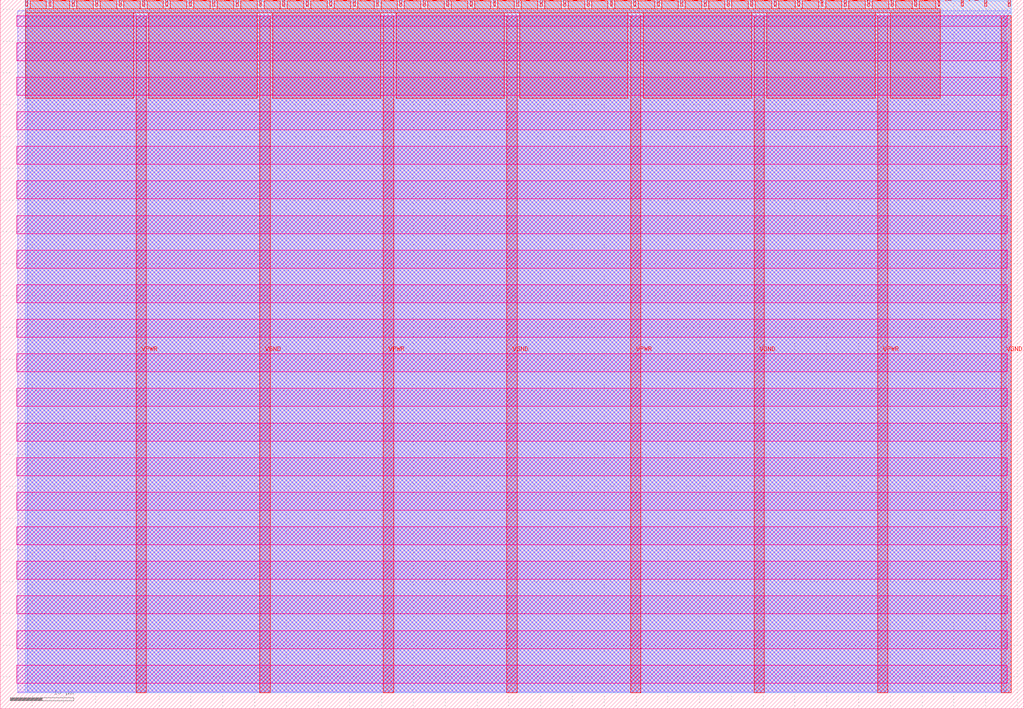
<source format=lef>
VERSION 5.7 ;
  NOWIREEXTENSIONATPIN ON ;
  DIVIDERCHAR "/" ;
  BUSBITCHARS "[]" ;
MACRO tt_um_example
  CLASS BLOCK ;
  FOREIGN tt_um_example ;
  ORIGIN 0.000 0.000 ;
  SIZE 161.000 BY 111.520 ;
  PIN VGND
    DIRECTION INOUT ;
    USE GROUND ;
    PORT
      LAYER met4 ;
        RECT 40.830 2.480 42.430 109.040 ;
    END
    PORT
      LAYER met4 ;
        RECT 79.700 2.480 81.300 109.040 ;
    END
    PORT
      LAYER met4 ;
        RECT 118.570 2.480 120.170 109.040 ;
    END
    PORT
      LAYER met4 ;
        RECT 157.440 2.480 159.040 109.040 ;
    END
  END VGND
  PIN VPWR
    DIRECTION INOUT ;
    USE POWER ;
    PORT
      LAYER met4 ;
        RECT 21.395 2.480 22.995 109.040 ;
    END
    PORT
      LAYER met4 ;
        RECT 60.265 2.480 61.865 109.040 ;
    END
    PORT
      LAYER met4 ;
        RECT 99.135 2.480 100.735 109.040 ;
    END
    PORT
      LAYER met4 ;
        RECT 138.005 2.480 139.605 109.040 ;
    END
  END VPWR
  PIN clk
    DIRECTION INPUT ;
    USE SIGNAL ;
    PORT
      LAYER met4 ;
        RECT 154.870 110.520 155.170 111.520 ;
    END
  END clk
  PIN ena
    DIRECTION INPUT ;
    USE SIGNAL ;
    PORT
      LAYER met4 ;
        RECT 158.550 110.520 158.850 111.520 ;
    END
  END ena
  PIN rst_n
    DIRECTION INPUT ;
    USE SIGNAL ;
    PORT
      LAYER met4 ;
        RECT 151.190 110.520 151.490 111.520 ;
    END
  END rst_n
  PIN ui_in[0]
    DIRECTION INPUT ;
    USE SIGNAL ;
    ANTENNAGATEAREA 0.196500 ;
    PORT
      LAYER met4 ;
        RECT 147.510 110.520 147.810 111.520 ;
    END
  END ui_in[0]
  PIN ui_in[1]
    DIRECTION INPUT ;
    USE SIGNAL ;
    ANTENNAGATEAREA 0.196500 ;
    PORT
      LAYER met4 ;
        RECT 143.830 110.520 144.130 111.520 ;
    END
  END ui_in[1]
  PIN ui_in[2]
    DIRECTION INPUT ;
    USE SIGNAL ;
    PORT
      LAYER met4 ;
        RECT 140.150 110.520 140.450 111.520 ;
    END
  END ui_in[2]
  PIN ui_in[3]
    DIRECTION INPUT ;
    USE SIGNAL ;
    PORT
      LAYER met4 ;
        RECT 136.470 110.520 136.770 111.520 ;
    END
  END ui_in[3]
  PIN ui_in[4]
    DIRECTION INPUT ;
    USE SIGNAL ;
    PORT
      LAYER met4 ;
        RECT 132.790 110.520 133.090 111.520 ;
    END
  END ui_in[4]
  PIN ui_in[5]
    DIRECTION INPUT ;
    USE SIGNAL ;
    PORT
      LAYER met4 ;
        RECT 129.110 110.520 129.410 111.520 ;
    END
  END ui_in[5]
  PIN ui_in[6]
    DIRECTION INPUT ;
    USE SIGNAL ;
    PORT
      LAYER met4 ;
        RECT 125.430 110.520 125.730 111.520 ;
    END
  END ui_in[6]
  PIN ui_in[7]
    DIRECTION INPUT ;
    USE SIGNAL ;
    PORT
      LAYER met4 ;
        RECT 121.750 110.520 122.050 111.520 ;
    END
  END ui_in[7]
  PIN uio_in[0]
    DIRECTION INPUT ;
    USE SIGNAL ;
    PORT
      LAYER met4 ;
        RECT 118.070 110.520 118.370 111.520 ;
    END
  END uio_in[0]
  PIN uio_in[1]
    DIRECTION INPUT ;
    USE SIGNAL ;
    PORT
      LAYER met4 ;
        RECT 114.390 110.520 114.690 111.520 ;
    END
  END uio_in[1]
  PIN uio_in[2]
    DIRECTION INPUT ;
    USE SIGNAL ;
    PORT
      LAYER met4 ;
        RECT 110.710 110.520 111.010 111.520 ;
    END
  END uio_in[2]
  PIN uio_in[3]
    DIRECTION INPUT ;
    USE SIGNAL ;
    PORT
      LAYER met4 ;
        RECT 107.030 110.520 107.330 111.520 ;
    END
  END uio_in[3]
  PIN uio_in[4]
    DIRECTION INPUT ;
    USE SIGNAL ;
    PORT
      LAYER met4 ;
        RECT 103.350 110.520 103.650 111.520 ;
    END
  END uio_in[4]
  PIN uio_in[5]
    DIRECTION INPUT ;
    USE SIGNAL ;
    PORT
      LAYER met4 ;
        RECT 99.670 110.520 99.970 111.520 ;
    END
  END uio_in[5]
  PIN uio_in[6]
    DIRECTION INPUT ;
    USE SIGNAL ;
    PORT
      LAYER met4 ;
        RECT 95.990 110.520 96.290 111.520 ;
    END
  END uio_in[6]
  PIN uio_in[7]
    DIRECTION INPUT ;
    USE SIGNAL ;
    PORT
      LAYER met4 ;
        RECT 92.310 110.520 92.610 111.520 ;
    END
  END uio_in[7]
  PIN uio_oe[0]
    DIRECTION OUTPUT TRISTATE ;
    USE SIGNAL ;
    PORT
      LAYER met4 ;
        RECT 29.750 110.520 30.050 111.520 ;
    END
  END uio_oe[0]
  PIN uio_oe[1]
    DIRECTION OUTPUT TRISTATE ;
    USE SIGNAL ;
    PORT
      LAYER met4 ;
        RECT 26.070 110.520 26.370 111.520 ;
    END
  END uio_oe[1]
  PIN uio_oe[2]
    DIRECTION OUTPUT TRISTATE ;
    USE SIGNAL ;
    PORT
      LAYER met4 ;
        RECT 22.390 110.520 22.690 111.520 ;
    END
  END uio_oe[2]
  PIN uio_oe[3]
    DIRECTION OUTPUT TRISTATE ;
    USE SIGNAL ;
    PORT
      LAYER met4 ;
        RECT 18.710 110.520 19.010 111.520 ;
    END
  END uio_oe[3]
  PIN uio_oe[4]
    DIRECTION OUTPUT TRISTATE ;
    USE SIGNAL ;
    PORT
      LAYER met4 ;
        RECT 15.030 110.520 15.330 111.520 ;
    END
  END uio_oe[4]
  PIN uio_oe[5]
    DIRECTION OUTPUT TRISTATE ;
    USE SIGNAL ;
    PORT
      LAYER met4 ;
        RECT 11.350 110.520 11.650 111.520 ;
    END
  END uio_oe[5]
  PIN uio_oe[6]
    DIRECTION OUTPUT TRISTATE ;
    USE SIGNAL ;
    PORT
      LAYER met4 ;
        RECT 7.670 110.520 7.970 111.520 ;
    END
  END uio_oe[6]
  PIN uio_oe[7]
    DIRECTION OUTPUT TRISTATE ;
    USE SIGNAL ;
    PORT
      LAYER met4 ;
        RECT 3.990 110.520 4.290 111.520 ;
    END
  END uio_oe[7]
  PIN uio_out[0]
    DIRECTION OUTPUT TRISTATE ;
    USE SIGNAL ;
    PORT
      LAYER met4 ;
        RECT 59.190 110.520 59.490 111.520 ;
    END
  END uio_out[0]
  PIN uio_out[1]
    DIRECTION OUTPUT TRISTATE ;
    USE SIGNAL ;
    PORT
      LAYER met4 ;
        RECT 55.510 110.520 55.810 111.520 ;
    END
  END uio_out[1]
  PIN uio_out[2]
    DIRECTION OUTPUT TRISTATE ;
    USE SIGNAL ;
    PORT
      LAYER met4 ;
        RECT 51.830 110.520 52.130 111.520 ;
    END
  END uio_out[2]
  PIN uio_out[3]
    DIRECTION OUTPUT TRISTATE ;
    USE SIGNAL ;
    PORT
      LAYER met4 ;
        RECT 48.150 110.520 48.450 111.520 ;
    END
  END uio_out[3]
  PIN uio_out[4]
    DIRECTION OUTPUT TRISTATE ;
    USE SIGNAL ;
    PORT
      LAYER met4 ;
        RECT 44.470 110.520 44.770 111.520 ;
    END
  END uio_out[4]
  PIN uio_out[5]
    DIRECTION OUTPUT TRISTATE ;
    USE SIGNAL ;
    PORT
      LAYER met4 ;
        RECT 40.790 110.520 41.090 111.520 ;
    END
  END uio_out[5]
  PIN uio_out[6]
    DIRECTION OUTPUT TRISTATE ;
    USE SIGNAL ;
    PORT
      LAYER met4 ;
        RECT 37.110 110.520 37.410 111.520 ;
    END
  END uio_out[6]
  PIN uio_out[7]
    DIRECTION OUTPUT TRISTATE ;
    USE SIGNAL ;
    PORT
      LAYER met4 ;
        RECT 33.430 110.520 33.730 111.520 ;
    END
  END uio_out[7]
  PIN uo_out[0]
    DIRECTION OUTPUT TRISTATE ;
    USE SIGNAL ;
    ANTENNADIFFAREA 0.795200 ;
    PORT
      LAYER met4 ;
        RECT 88.630 110.520 88.930 111.520 ;
    END
  END uo_out[0]
  PIN uo_out[1]
    DIRECTION OUTPUT TRISTATE ;
    USE SIGNAL ;
    PORT
      LAYER met4 ;
        RECT 84.950 110.520 85.250 111.520 ;
    END
  END uo_out[1]
  PIN uo_out[2]
    DIRECTION OUTPUT TRISTATE ;
    USE SIGNAL ;
    PORT
      LAYER met4 ;
        RECT 81.270 110.520 81.570 111.520 ;
    END
  END uo_out[2]
  PIN uo_out[3]
    DIRECTION OUTPUT TRISTATE ;
    USE SIGNAL ;
    PORT
      LAYER met4 ;
        RECT 77.590 110.520 77.890 111.520 ;
    END
  END uo_out[3]
  PIN uo_out[4]
    DIRECTION OUTPUT TRISTATE ;
    USE SIGNAL ;
    PORT
      LAYER met4 ;
        RECT 73.910 110.520 74.210 111.520 ;
    END
  END uo_out[4]
  PIN uo_out[5]
    DIRECTION OUTPUT TRISTATE ;
    USE SIGNAL ;
    PORT
      LAYER met4 ;
        RECT 70.230 110.520 70.530 111.520 ;
    END
  END uo_out[5]
  PIN uo_out[6]
    DIRECTION OUTPUT TRISTATE ;
    USE SIGNAL ;
    PORT
      LAYER met4 ;
        RECT 66.550 110.520 66.850 111.520 ;
    END
  END uo_out[6]
  PIN uo_out[7]
    DIRECTION OUTPUT TRISTATE ;
    USE SIGNAL ;
    PORT
      LAYER met4 ;
        RECT 62.870 110.520 63.170 111.520 ;
    END
  END uo_out[7]
  OBS
      LAYER nwell ;
        RECT 2.570 107.385 158.430 108.990 ;
        RECT 2.570 101.945 158.430 104.775 ;
        RECT 2.570 96.505 158.430 99.335 ;
        RECT 2.570 91.065 158.430 93.895 ;
        RECT 2.570 85.625 158.430 88.455 ;
        RECT 2.570 80.185 158.430 83.015 ;
        RECT 2.570 74.745 158.430 77.575 ;
        RECT 2.570 69.305 158.430 72.135 ;
        RECT 2.570 63.865 158.430 66.695 ;
        RECT 2.570 58.425 158.430 61.255 ;
        RECT 2.570 52.985 158.430 55.815 ;
        RECT 2.570 47.545 158.430 50.375 ;
        RECT 2.570 42.105 158.430 44.935 ;
        RECT 2.570 36.665 158.430 39.495 ;
        RECT 2.570 31.225 158.430 34.055 ;
        RECT 2.570 25.785 158.430 28.615 ;
        RECT 2.570 20.345 158.430 23.175 ;
        RECT 2.570 14.905 158.430 17.735 ;
        RECT 2.570 9.465 158.430 12.295 ;
        RECT 2.570 4.025 158.430 6.855 ;
      LAYER li1 ;
        RECT 2.760 2.635 158.240 108.885 ;
      LAYER met1 ;
        RECT 2.760 2.480 159.040 109.780 ;
      LAYER met2 ;
        RECT 4.230 2.535 159.010 111.365 ;
      LAYER met3 ;
        RECT 3.950 2.555 159.030 111.345 ;
      LAYER met4 ;
        RECT 4.690 110.120 7.270 111.345 ;
        RECT 8.370 110.120 10.950 111.345 ;
        RECT 12.050 110.120 14.630 111.345 ;
        RECT 15.730 110.120 18.310 111.345 ;
        RECT 19.410 110.120 21.990 111.345 ;
        RECT 23.090 110.120 25.670 111.345 ;
        RECT 26.770 110.120 29.350 111.345 ;
        RECT 30.450 110.120 33.030 111.345 ;
        RECT 34.130 110.120 36.710 111.345 ;
        RECT 37.810 110.120 40.390 111.345 ;
        RECT 41.490 110.120 44.070 111.345 ;
        RECT 45.170 110.120 47.750 111.345 ;
        RECT 48.850 110.120 51.430 111.345 ;
        RECT 52.530 110.120 55.110 111.345 ;
        RECT 56.210 110.120 58.790 111.345 ;
        RECT 59.890 110.120 62.470 111.345 ;
        RECT 63.570 110.120 66.150 111.345 ;
        RECT 67.250 110.120 69.830 111.345 ;
        RECT 70.930 110.120 73.510 111.345 ;
        RECT 74.610 110.120 77.190 111.345 ;
        RECT 78.290 110.120 80.870 111.345 ;
        RECT 81.970 110.120 84.550 111.345 ;
        RECT 85.650 110.120 88.230 111.345 ;
        RECT 89.330 110.120 91.910 111.345 ;
        RECT 93.010 110.120 95.590 111.345 ;
        RECT 96.690 110.120 99.270 111.345 ;
        RECT 100.370 110.120 102.950 111.345 ;
        RECT 104.050 110.120 106.630 111.345 ;
        RECT 107.730 110.120 110.310 111.345 ;
        RECT 111.410 110.120 113.990 111.345 ;
        RECT 115.090 110.120 117.670 111.345 ;
        RECT 118.770 110.120 121.350 111.345 ;
        RECT 122.450 110.120 125.030 111.345 ;
        RECT 126.130 110.120 128.710 111.345 ;
        RECT 129.810 110.120 132.390 111.345 ;
        RECT 133.490 110.120 136.070 111.345 ;
        RECT 137.170 110.120 139.750 111.345 ;
        RECT 140.850 110.120 143.430 111.345 ;
        RECT 144.530 110.120 147.110 111.345 ;
        RECT 3.975 109.440 147.825 110.120 ;
        RECT 3.975 96.055 20.995 109.440 ;
        RECT 23.395 96.055 40.430 109.440 ;
        RECT 42.830 96.055 59.865 109.440 ;
        RECT 62.265 96.055 79.300 109.440 ;
        RECT 81.700 96.055 98.735 109.440 ;
        RECT 101.135 96.055 118.170 109.440 ;
        RECT 120.570 96.055 137.605 109.440 ;
        RECT 140.005 96.055 147.825 109.440 ;
  END
END tt_um_example
END LIBRARY


</source>
